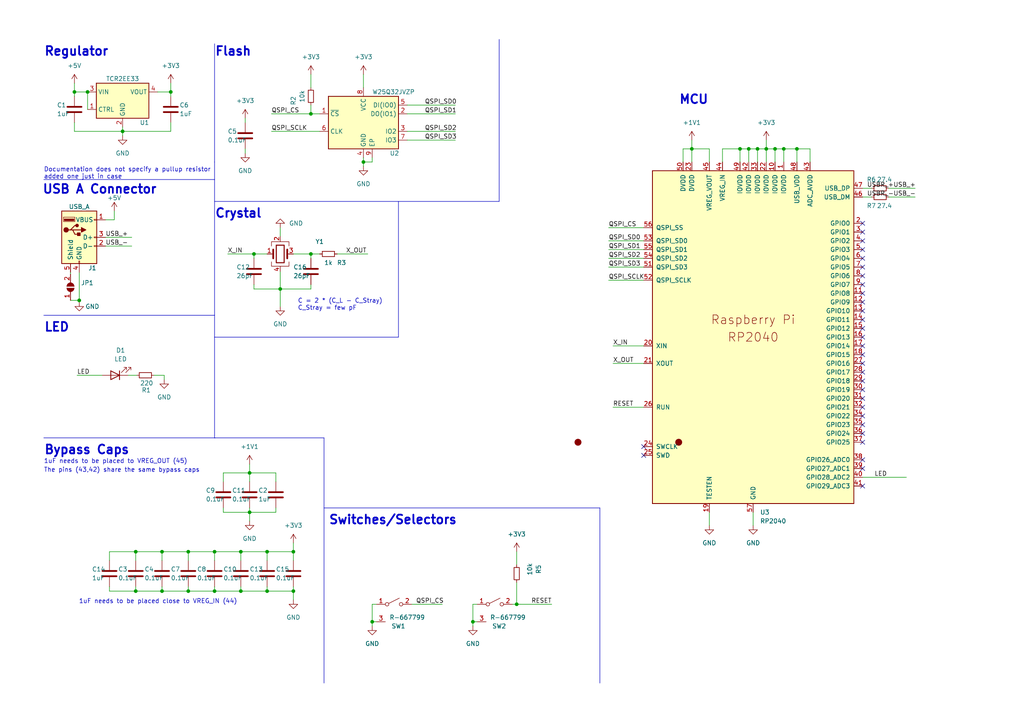
<source format=kicad_sch>
(kicad_sch (version 20230121) (generator eeschema)
  (paper "A4")
  (title_block (title "RP2040 Rubber Ducky") (date "2022-08-15") (rev "2") (company "Kevin Lutzer"))
  (lib_symbols
    (symbol "Connector:USB_A" (pin_names (offset 1.016))
      (property "Reference" "J" (at -5.08 11.43 0))
      (property "Value" "USB_A" (at -5.08 8.89 0))
      (symbol "USB_A_0_1"
        (rectangle (start -5.08 -7.62) (end 5.08 7.62) (stroke (width 0.254)) (fill (type background)))
        (circle (center -3.81 2.159) (radius 0.635) (stroke (width 0.254)) (fill (type outline)))
        (rectangle (start -1.524 4.826) (end -4.318 5.334) (fill (type outline)))
        (rectangle (start -1.27 4.572) (end -4.572 5.842))
        (circle (center -0.635 3.429) (radius 0.381) (stroke (width 0.254)) (fill (type outline)))
        (rectangle (start -0.127 -7.62) (end 0.127 -6.858))
        (polyline (pts (xy -3.175 2.159) (xy -2.54 2.159) (xy -1.27 3.429) (xy -0.635 3.429)) (stroke (width 0.254)))
        (polyline (pts (xy -2.54 2.159) (xy -1.905 2.159) (xy -1.27 0.889) (xy 0 0.889)) (stroke (width 0.254)))
        (polyline (pts (xy 0.635 2.794) (xy 0.635 1.524) (xy 1.905 2.159) (xy 0.635 2.794)) (stroke (width 0.254)) (fill (type outline)))
        (rectangle (start 0.254 1.27) (end -0.508 0.508) (stroke (width 0.254)) (fill (type outline)))
        (rectangle (start 5.08 -2.667) (end 4.318 -2.413))
        (rectangle (start 5.08 -0.127) (end 4.318 0.127))
        (rectangle (start 5.08 4.953) (end 4.318 5.207))
      )
      (symbol "USB_A_1_1"
        (polyline (pts (xy -1.905 2.159) (xy 0.635 2.159)) (stroke (width 0.254)))
        (pin power_in line (at 7.62 5.08 180) (length 2.54) (name "VBUS") (number "1"))
        (pin bidirectional line (at 7.62 -2.54 180) (length 2.54) (name "D-") (number "2"))
        (pin bidirectional line (at 7.62 0 180) (length 2.54) (name "D+") (number "3"))
        (pin power_in line (at 0 -10.16 90) (length 2.54) (name "GND") (number "4"))
        (pin passive line (at -2.54 -10.16 90) (length 2.54) (name "Shield") (number "5"))
      )
    )
    (symbol "Device:C" (pin_numbers hide) (pin_names (offset 0.254))
      (property "Reference" "C" (at 0.635 2.54 0))
      (property "Value" "C" (at 0.635 -2.54 0))
      (symbol "C_0_1"
        (polyline (pts (xy -2.032 -0.762) (xy 2.032 -0.762)) (stroke (width 0.508)))
        (polyline (pts (xy -2.032 0.762) (xy 2.032 0.762)) (stroke (width 0.508)))
      )
      (symbol "C_1_1"
        (pin passive line (at 0 3.81 270) (length 2.794) (name "~") (number "1"))
        (pin passive line (at 0 -3.81 90) (length 2.794) (name "~") (number "2"))
      )
    )
    (symbol "Device:Crystal_GND24" (pin_names (offset 1.016) hide)
      (property "Reference" "Y" (at 3.175 5.08 0))
      (property "Value" "Crystal_GND24" (at 3.175 3.175 0))
      (symbol "Crystal_GND24_0_1"
        (rectangle (start -1.143 2.54) (end 1.143 -2.54) (stroke (width 0.3048)))
        (polyline (pts (xy -2.54 0) (xy -2.032 0)))
        (polyline (pts (xy -2.032 -1.27) (xy -2.032 1.27)) (stroke (width 0.508)))
        (polyline (pts (xy 0 -3.81) (xy 0 -3.556)))
        (polyline (pts (xy 0 3.556) (xy 0 3.81)))
        (polyline (pts (xy 2.032 -1.27) (xy 2.032 1.27)) (stroke (width 0.508)))
        (polyline (pts (xy 2.032 0) (xy 2.54 0)))
        (polyline (pts (xy -2.54 -2.286) (xy -2.54 -3.556) (xy 2.54 -3.556) (xy 2.54 -2.286)))
        (polyline (pts (xy -2.54 2.286) (xy -2.54 3.556) (xy 2.54 3.556) (xy 2.54 2.286)))
      )
      (symbol "Crystal_GND24_1_1"
        (pin passive line (at -3.81 0 0) (length 1.27) (name "1") (number "1"))
        (pin passive line (at 0 5.08 270) (length 1.27) (name "2") (number "2"))
        (pin passive line (at 3.81 0 180) (length 1.27) (name "3") (number "3"))
        (pin passive line (at 0 -5.08 90) (length 1.27) (name "4") (number "4"))
      )
    )
    (symbol "Device:LED" (pin_numbers hide) (pin_names (offset 1.016) hide)
      (property "Reference" "D" (at 0 2.54 0))
      (property "Value" "LED" (at 0 -2.54 0))
      (symbol "LED_0_1"
        (polyline (pts (xy -1.27 -1.27) (xy -1.27 1.27)) (stroke (width 0.254)))
        (polyline (pts (xy -1.27 0) (xy 1.27 0)))
        (polyline (pts (xy 1.27 -1.27) (xy 1.27 1.27) (xy -1.27 0) (xy 1.27 -1.27)) (stroke (width 0.254)))
        (polyline (pts (xy -3.048 -0.762) (xy -4.572 -2.286) (xy -3.81 -2.286) (xy -4.572 -2.286) (xy -4.572 -1.524)))
        (polyline (pts (xy -1.778 -0.762) (xy -3.302 -2.286) (xy -2.54 -2.286) (xy -3.302 -2.286) (xy -3.302 -1.524)))
      )
      (symbol "LED_1_1"
        (pin passive line (at -3.81 0 0) (length 2.54) (name "K") (number "1"))
        (pin passive line (at 3.81 0 180) (length 2.54) (name "A") (number "2"))
      )
    )
    (symbol "Device:R_Small" (pin_numbers hide) (pin_names (offset 0.254) hide)
      (property "Reference" "R" (at 0.762 0.508 0))
      (property "Value" "R_Small" (at 0.762 -1.016 0))
      (symbol "R_Small_0_1"
        (rectangle (start -0.762 1.778) (end 0.762 -1.778) (stroke (width 0.2032)))
      )
      (symbol "R_Small_1_1"
        (pin passive line (at 0 2.54 270) (length 0.762) (name "~") (number "1"))
        (pin passive line (at 0 -2.54 90) (length 0.762) (name "~") (number "2"))
      )
    )
    (symbol "Jumper:SolderJumper_2_Open" (pin_names (offset 0) hide)
      (property "Reference" "JP" (at 0 2.032 0))
      (property "Value" "SolderJumper_2_Open" (at 0 -2.54 0))
      (symbol "SolderJumper_2_Open_0_1"
        (arc (start -0.254 1.016) (mid -1.2656 0) (end -0.254 -1.016))
        (arc (start -0.254 1.016) (mid -1.2656 0) (end -0.254 -1.016) (fill (type outline)))
        (polyline (pts (xy -0.254 1.016) (xy -0.254 -1.016)))
        (polyline (pts (xy 0.254 1.016) (xy 0.254 -1.016)))
        (arc (start 0.254 -1.016) (mid 1.2656 0) (end 0.254 1.016))
        (arc (start 0.254 -1.016) (mid 1.2656 0) (end 0.254 1.016) (fill (type outline)))
      )
      (symbol "SolderJumper_2_Open_1_1"
        (pin passive line (at -3.81 0 0) (length 2.54) (name "A") (number "1"))
        (pin passive line (at 3.81 0 180) (length 2.54) (name "B") (number "2"))
      )
    )
    (symbol "Kevin_Lutzer_Lbr:R-667799" (pin_names (offset 0) hide)
      (property "Reference" "SW" (at 0 3.175 0))
      (property "Value" "R-667799" (at 0 -2.54 0))
      (symbol "R-667799_0_0"
        (circle (center -2.032 0) (radius 0.508))
        (polyline (pts (xy -1.524 0.254) (xy 1.524 1.778)))
        (circle (center 2.032 0) (radius 0.508))
        (arc (start 53.34 46.99) (mid 53.34 46.99) (end 53.34 46.99))
        (arc (start 53.34 46.99) (mid 53.34 46.99) (end 53.34 46.99))
        (arc (start 53.34 46.99) (mid 53.34 46.99) (end 53.34 46.99) (stroke (width 2)))
      )
      (symbol "R-667799_1_1"
        (pin passive line (at -5.08 0 0) (length 2.54) (name "A") (number "1"))
        (pin passive line (at 5.08 0 180) (length 2.54) (name "B") (number "2"))
        (pin power_in line (at -5.08 -5.08 0) (length 2.54) (name "SH") (number "3"))
      )
    )
    (symbol "Kevin_Lutzer_Lbr:RP2040" (pin_names (offset 1.016))
      (property "Reference" "U" (at -29.21 49.53 0))
      (property "Value" "RP2040" (at 24.13 -49.53 0))
      (symbol "RP2040_0_0"
        (text "Raspberry Pi" (at 0 5.08 0) (effects (font (size 2.54 2.54))))
        (text "RP2040" (at 0 0 0) (effects (font (size 2.54 2.54))))
      )
      (symbol "RP2040_0_1"
        (rectangle (start 29.21 48.26) (end -29.21 -48.26) (stroke (width 0.254)) (fill (type background)))
      )
      (symbol "RP2040_1_1"
        (pin power_in line (at 8.89 50.8 270) (length 2.54) (name "IOVDD") (number "1"))
        (pin power_in line (at 6.35 50.8 270) (length 2.54) (name "IOVDD") (number "10"))
        (pin bidirectional line (at 31.75 12.7 180) (length 2.54) (name "GPIO8") (number "11"))
        (pin bidirectional line (at 31.75 10.16 180) (length 2.54) (name "GPIO9") (number "12"))
        (pin bidirectional line (at 31.75 7.62 180) (length 2.54) (name "GPIO10") (number "13"))
        (pin bidirectional line (at 31.75 5.08 180) (length 2.54) (name "GPIO11") (number "14"))
        (pin bidirectional line (at 31.75 2.54 180) (length 2.54) (name "GPIO12") (number "15"))
        (pin bidirectional line (at 31.75 0 180) (length 2.54) (name "GPIO13") (number "16"))
        (pin bidirectional line (at 31.75 -2.54 180) (length 2.54) (name "GPIO14") (number "17"))
        (pin bidirectional line (at 31.75 -5.08 180) (length 2.54) (name "GPIO15") (number "18"))
        (pin passive line (at -12.7 -50.8 90) (length 2.54) (name "TESTEN") (number "19"))
        (pin bidirectional line (at 31.75 33.02 180) (length 2.54) (name "GPIO0") (number "2"))
        (pin input line (at -31.75 -2.54 0) (length 2.54) (name "XIN") (number "20"))
        (pin passive line (at -31.75 -7.62 0) (length 2.54) (name "XOUT") (number "21"))
        (pin power_in line (at 3.81 50.8 270) (length 2.54) (name "IOVDD") (number "22"))
        (pin power_in line (at -17.78 50.8 270) (length 2.54) (name "DVDD") (number "23"))
        (pin output line (at -31.75 -31.75 0) (length 2.54) (name "SWCLK") (number "24"))
        (pin bidirectional line (at -31.75 -34.29 0) (length 2.54) (name "SWD") (number "25"))
        (pin input line (at -31.75 -20.32 0) (length 2.54) (name "RUN") (number "26"))
        (pin bidirectional line (at 31.75 -7.62 180) (length 2.54) (name "GPIO16") (number "27"))
        (pin bidirectional line (at 31.75 -10.16 180) (length 2.54) (name "GPIO17") (number "28"))
        (pin bidirectional line (at 31.75 -12.7 180) (length 2.54) (name "GPIO18") (number "29"))
        (pin bidirectional line (at 31.75 30.48 180) (length 2.54) (name "GPIO1") (number "3"))
        (pin bidirectional line (at 31.75 -15.24 180) (length 2.54) (name "GPIO19") (number "30"))
        (pin bidirectional line (at 31.75 -17.78 180) (length 2.54) (name "GPIO20") (number "31"))
        (pin bidirectional line (at 31.75 -20.32 180) (length 2.54) (name "GPIO21") (number "32"))
        (pin power_in line (at 1.27 50.8 270) (length 2.54) (name "IOVDD") (number "33"))
        (pin bidirectional line (at 31.75 -22.86 180) (length 2.54) (name "GPIO22") (number "34"))
        (pin bidirectional line (at 31.75 -25.4 180) (length 2.54) (name "GPIO23") (number "35"))
        (pin bidirectional line (at 31.75 -27.94 180) (length 2.54) (name "GPIO24") (number "36"))
        (pin bidirectional line (at 31.75 -30.48 180) (length 2.54) (name "GPIO25") (number "37"))
        (pin bidirectional line (at 31.75 -35.56 180) (length 2.54) (name "GPIO26_ADC0") (number "38"))
        (pin bidirectional line (at 31.75 -38.1 180) (length 2.54) (name "GPIO27_ADC1") (number "39"))
        (pin bidirectional line (at 31.75 27.94 180) (length 2.54) (name "GPIO2") (number "4"))
        (pin bidirectional line (at 31.75 -40.64 180) (length 2.54) (name "GPIO28_ADC2") (number "40"))
        (pin bidirectional line (at 31.75 -43.18 180) (length 2.54) (name "GPIO29_ADC3") (number "41"))
        (pin power_in line (at -1.27 50.8 270) (length 2.54) (name "IOVDD") (number "42"))
        (pin power_in line (at 16.51 50.8 270) (length 2.54) (name "ADC_AVDD") (number "43"))
        (pin power_in line (at -8.89 50.8 270) (length 2.54) (name "VREG_IN") (number "44"))
        (pin power_out line (at -12.7 50.8 270) (length 2.54) (name "VREG_VOUT") (number "45"))
        (pin bidirectional line (at 31.75 40.64 180) (length 2.54) (name "USB_DM") (number "46"))
        (pin bidirectional line (at 31.75 43.18 180) (length 2.54) (name "USB_DP") (number "47"))
        (pin power_in line (at 12.7 50.8 270) (length 2.54) (name "USB_VDD") (number "48"))
        (pin power_in line (at -3.81 50.8 270) (length 2.54) (name "IOVDD") (number "49"))
        (pin bidirectional line (at 31.75 25.4 180) (length 2.54) (name "GPIO3") (number "5"))
        (pin power_in line (at -20.32 50.8 270) (length 2.54) (name "DVDD") (number "50"))
        (pin bidirectional line (at -31.75 20.32 0) (length 2.54) (name "QSPI_SD3") (number "51"))
        (pin output line (at -31.75 16.51 0) (length 2.54) (name "QSPI_SCLK") (number "52"))
        (pin bidirectional line (at -31.75 27.94 0) (length 2.54) (name "QSPI_SD0") (number "53"))
        (pin bidirectional line (at -31.75 22.86 0) (length 2.54) (name "QSPI_SD2") (number "54"))
        (pin bidirectional line (at -31.75 25.4 0) (length 2.54) (name "QSPI_SD1") (number "55"))
        (pin bidirectional line (at -31.75 31.75 0) (length 2.54) (name "QSPI_SS") (number "56"))
        (pin power_in line (at 0 -50.8 90) (length 2.54) (name "GND") (number "57"))
        (pin bidirectional line (at 31.75 22.86 180) (length 2.54) (name "GPIO4") (number "6"))
        (pin bidirectional line (at 31.75 20.32 180) (length 2.54) (name "GPIO5") (number "7"))
        (pin bidirectional line (at 31.75 17.78 180) (length 2.54) (name "GPIO6") (number "8"))
        (pin bidirectional line (at 31.75 15.24 180) (length 2.54) (name "GPIO7") (number "9"))
      )
    )
    (symbol "Memory_Flash:W25Q32JVZP"
      (property "Reference" "U" (at -8.89 8.89 0))
      (property "Value" "W25Q32JVZP" (at 7.62 8.89 0))
      (symbol "W25Q32JVZP_0_1"
        (rectangle (start -10.16 7.62) (end 10.16 -7.62) (stroke (width 0.254)) (fill (type background)))
      )
      (symbol "W25Q32JVZP_1_1"
        (pin input line (at -12.7 2.54 0) (length 2.54) (name "~{CS}") (number "1"))
        (pin bidirectional line (at 12.7 2.54 180) (length 2.54) (name "DO(IO1)") (number "2"))
        (pin bidirectional line (at 12.7 -2.54 180) (length 2.54) (name "IO2") (number "3"))
        (pin power_in line (at 0 -10.16 90) (length 2.54) (name "GND") (number "4"))
        (pin bidirectional line (at 12.7 5.08 180) (length 2.54) (name "DI(IO0)") (number "5"))
        (pin input line (at -12.7 -2.54 0) (length 2.54) (name "CLK") (number "6"))
        (pin bidirectional line (at 12.7 -5.08 180) (length 2.54) (name "IO3") (number "7"))
        (pin power_in line (at 0 10.16 270) (length 2.54) (name "VCC") (number "8"))
        (pin passive line (at 2.54 -10.16 90) (length 2.54) (name "EP") (number "9"))
      )
    )
    (symbol "Regulator_Linear:TCR2EE33"
      (property "Reference" "U6" (at 0 9.3218 0))
      (property "Value" "TCR2EE33" (at 0 7.0104 0))
      (symbol "TCR2EE33_0_1"
        (rectangle (start -7.62 -5.08) (end 7.62 5.08) (stroke (width 0.254)) (fill (type background)))
      )
      (symbol "TCR2EE33_1_1"
        (pin input line (at -10.16 -2.54 0) (length 2.54) (name "CTRL") (number "1"))
        (pin power_in line (at 0 -7.62 90) (length 2.54) (name "GND") (number "2"))
        (pin power_in line (at -10.16 2.54 0) (length 2.54) (name "VIN") (number "3"))
        (pin power_out line (at 10.16 2.54 180) (length 2.54) (name "VOUT") (number "4"))
        (pin no_connect line (at 7.62 -2.54 180) (length 2.54) hide (name "NC") (number "5"))
      )
    )
    (symbol "power:+1V1" (power) (pin_names (offset 0))
      (property "Value" "+1V1" (at 0 3.556 0))
      (symbol "+1V1_0_1"
        (polyline (pts (xy -0.762 1.27) (xy 0 2.54)))
        (polyline (pts (xy 0 0) (xy 0 2.54)))
        (polyline (pts (xy 0 2.54) (xy 0.762 1.27)))
      )
      (symbol "+1V1_1_1"
        (pin power_in line (at 0 0 90) (length 0) hide (name "+1V1") (number "1"))
      )
    )
    (symbol "power:+3V3" (power) (pin_names (offset 0))
      (property "Value" "+3V3" (at 0 3.556 0))
      (symbol "+3V3_0_1"
        (polyline (pts (xy -0.762 1.27) (xy 0 2.54)))
        (polyline (pts (xy 0 0) (xy 0 2.54)))
        (polyline (pts (xy 0 2.54) (xy 0.762 1.27)))
      )
      (symbol "+3V3_1_1"
        (pin power_in line (at 0 0 90) (length 0) hide (name "+3V3") (number "1"))
      )
    )
    (symbol "power:+5V" (power) (pin_names (offset 0))
      (property "Value" "+5V" (at 0 3.556 0))
      (symbol "+5V_0_1"
        (polyline (pts (xy -0.762 1.27) (xy 0 2.54)))
        (polyline (pts (xy 0 0) (xy 0 2.54)))
        (polyline (pts (xy 0 2.54) (xy 0.762 1.27)))
      )
      (symbol "+5V_1_1"
        (pin power_in line (at 0 0 90) (length 0) hide (name "+5V") (number "1"))
      )
    )
    (symbol "power:GND" (power) (pin_names (offset 0))
      (property "Value" "GND" (at 0 -3.81 0))
      (symbol "GND_0_1"
        (polyline (pts (xy 0 0) (xy 0 -1.27) (xy 1.27 -1.27) (xy 0 -2.54) (xy -1.27 -1.27) (xy 0 -1.27)))
      )
      (symbol "GND_1_1"
        (pin power_in line (at 0 0 270) (length 0) hide (name "GND") (number "1"))
      )
    )
  )
  (junction (at 62.23 160.02))
  (junction (at 72.39 137.16))
  (junction (at 62.23 171.45))
  (junction (at 149.86 175.26))
  (junction (at 77.47 160.02))
  (junction (at 81.28 83.82))
  (junction (at 35.56 38.1))
  (junction (at 90.17 73.66))
  (junction (at 54.61 160.02))
  (junction (at 54.61 171.45))
  (junction (at 227.33 43.18))
  (junction (at 39.37 160.02))
  (junction (at 77.47 171.45))
  (junction (at 105.41 46.99))
  (junction (at 214.63 43.18))
  (junction (at 90.17 33.02))
  (junction (at 107.95 180.34))
  (junction (at 73.66 73.66))
  (junction (at 72.39 148.59))
  (junction (at 200.66 43.18))
  (junction (at 224.79 43.18))
  (junction (at 46.99 160.02))
  (junction (at 85.09 171.45))
  (junction (at 85.09 160.02))
  (junction (at 39.37 171.45))
  (junction (at 49.53 26.67))
  (junction (at 222.25 43.18))
  (junction (at 137.16 180.34))
  (junction (at 69.85 160.02))
  (junction (at 46.99 171.45))
  (junction (at 21.59 26.67))
  (junction (at 25.4 26.67))
  (junction (at 22.987 87.122))
  (junction (at 231.14 43.18))
  (junction (at 219.71 43.18))
  (junction (at 69.85 171.45))
  (junction (at 217.17 43.18))
  (no_connect (at 186.69 132.08))
  (no_connect (at 186.69 129.54))
  (no_connect (at 250.19 105.41))
  (no_connect (at 250.19 87.63))
  (no_connect (at 250.19 90.17))
  (no_connect (at 250.19 64.77))
  (no_connect (at 250.19 67.31))
  (no_connect (at 250.19 69.85))
  (no_connect (at 250.19 72.39))
  (no_connect (at 250.19 74.93))
  (no_connect (at 250.19 77.47))
  (no_connect (at 250.19 80.01))
  (no_connect (at 250.19 82.55))
  (no_connect (at 250.19 85.09))
  (no_connect (at 250.19 95.25))
  (no_connect (at 250.19 118.11))
  (no_connect (at 250.19 123.19))
  (no_connect (at 250.19 125.73))
  (no_connect (at 250.19 128.27))
  (no_connect (at 250.19 133.35))
  (no_connect (at 250.19 135.89))
  (no_connect (at 250.19 140.97))
  (no_connect (at 250.19 113.03))
  (no_connect (at 250.19 115.57))
  (no_connect (at 250.19 120.65))
  (no_connect (at 250.19 92.71))
  (no_connect (at 250.19 97.79))
  (no_connect (at 250.19 100.33))
  (no_connect (at 250.19 102.87))
  (no_connect (at 250.19 110.49))
  (no_connect (at 250.19 107.95))
  (wire (pts (xy 35.56 36.83) (xy 35.56 38.1)))
  (wire (pts (xy 118.11 40.64) (xy 132.08 40.64)))
  (wire (pts (xy 250.19 54.61) (xy 252.73 54.61)))
  (wire (pts (xy 39.37 160.02) (xy 46.99 160.02)))
  (polyline (pts (xy 62.23 58.42) (xy 144.78 58.42)))
  (wire (pts (xy 77.47 171.45) (xy 69.85 171.45)))
  (wire (pts (xy 47.625 108.839) (xy 47.625 110.109)))
  (polyline (pts (xy 62.23 97.79) (xy 62.23 127)))
  (polyline (pts (xy 115.57 97.79) (xy 115.57 58.42)))
  (wire (pts (xy 149.86 168.91) (xy 149.86 175.26)))
  (polyline (pts (xy 62.23 52.07) (xy 62.23 91.44)))
  (wire (pts (xy 105.41 46.99) (xy 105.41 48.26)))
  (wire (pts (xy 90.17 33.02) (xy 92.71 33.02)))
  (wire (pts (xy 49.53 26.67) (xy 49.53 27.94)))
  (wire (pts (xy 72.39 148.59) (xy 72.39 147.32)))
  (wire (pts (xy 176.53 69.85) (xy 186.69 69.85)))
  (wire (pts (xy 35.56 38.1) (xy 35.56 39.37)))
  (wire (pts (xy 85.09 171.45) (xy 85.09 173.99)))
  (wire (pts (xy 90.17 30.48) (xy 90.17 33.02)))
  (wire (pts (xy 77.47 160.02) (xy 85.09 160.02)))
  (wire (pts (xy 37.211 108.839) (xy 39.624 108.839)))
  (polyline (pts (xy 93.98 147.32) (xy 173.99 147.32)))
  (wire (pts (xy 227.33 46.99) (xy 227.33 43.18)))
  (wire (pts (xy 73.66 83.82) (xy 81.28 83.82)))
  (wire (pts (xy 219.71 46.99) (xy 219.71 43.18)))
  (polyline (pts (xy 12.7 52.07) (xy 62.23 52.07)))
  (wire (pts (xy 31.75 160.02) (xy 31.75 162.56)))
  (wire (pts (xy 35.56 38.1) (xy 49.53 38.1)))
  (wire (pts (xy 177.8 118.11) (xy 186.69 118.11)))
  (wire (pts (xy 85.09 157.48) (xy 85.09 160.02)))
  (wire (pts (xy 105.41 46.99) (xy 107.95 46.99)))
  (wire (pts (xy 46.99 160.02) (xy 46.99 162.56)))
  (wire (pts (xy 209.55 43.18) (xy 214.63 43.18)))
  (wire (pts (xy 257.81 54.61) (xy 265.43 54.61)))
  (wire (pts (xy 77.47 160.02) (xy 77.47 162.56)))
  (wire (pts (xy 62.23 160.02) (xy 69.85 160.02)))
  (wire (pts (xy 218.44 148.59) (xy 218.44 152.4)))
  (polyline (pts (xy 62.23 127) (xy 93.98 127)))
  (wire (pts (xy 30.607 68.834) (xy 38.227 68.834)))
  (wire (pts (xy 85.09 170.18) (xy 85.09 171.45)))
  (wire (pts (xy 231.14 46.99) (xy 231.14 43.18)))
  (wire (pts (xy 137.16 175.26) (xy 137.16 180.34)))
  (wire (pts (xy 72.39 137.16) (xy 72.39 134.62)))
  (wire (pts (xy 97.79 73.66) (xy 106.68 73.66)))
  (wire (pts (xy 73.66 82.55) (xy 73.66 83.82)))
  (polyline (pts (xy 62.23 46.99) (xy 62.23 52.07)))
  (wire (pts (xy 69.85 171.45) (xy 62.23 171.45)))
  (wire (pts (xy 205.74 46.99) (xy 205.74 43.18)))
  (wire (pts (xy 217.17 43.18) (xy 219.71 43.18)))
  (wire (pts (xy 85.09 171.45) (xy 77.47 171.45)))
  (wire (pts (xy 90.17 73.66) (xy 90.17 74.93)))
  (wire (pts (xy 78.74 38.1) (xy 92.71 38.1)))
  (wire (pts (xy 118.11 38.1) (xy 132.08 38.1)))
  (wire (pts (xy 21.59 35.56) (xy 21.59 38.1)))
  (wire (pts (xy 64.77 148.59) (xy 72.39 148.59)))
  (wire (pts (xy 231.14 43.18) (xy 234.95 43.18)))
  (wire (pts (xy 39.37 171.45) (xy 31.75 171.45)))
  (wire (pts (xy 71.12 35.56) (xy 71.12 34.29)))
  (wire (pts (xy 200.66 46.99) (xy 200.66 43.18)))
  (wire (pts (xy 30.607 71.374) (xy 38.227 71.374)))
  (wire (pts (xy 214.63 43.18) (xy 217.17 43.18)))
  (wire (pts (xy 54.61 160.02) (xy 62.23 160.02)))
  (wire (pts (xy 46.99 171.45) (xy 54.61 171.45)))
  (wire (pts (xy 54.61 160.02) (xy 54.61 162.56)))
  (wire (pts (xy 222.25 43.18) (xy 224.79 43.18)))
  (wire (pts (xy 20.447 78.994) (xy 20.447 79.502)))
  (polyline (pts (xy 144.78 11.43) (xy 144.78 58.42)))
  (wire (pts (xy 69.85 160.02) (xy 69.85 162.56)))
  (wire (pts (xy 177.8 105.41) (xy 186.69 105.41)))
  (wire (pts (xy 90.17 83.82) (xy 90.17 82.55)))
  (wire (pts (xy 80.01 137.16) (xy 80.01 139.7)))
  (wire (pts (xy 49.53 24.13) (xy 49.53 26.67)))
  (wire (pts (xy 177.8 100.33) (xy 186.69 100.33)))
  (wire (pts (xy 64.77 139.7) (xy 64.77 137.16)))
  (wire (pts (xy 81.28 88.9) (xy 81.28 83.82)))
  (polyline (pts (xy 12.7 91.44) (xy 62.23 91.44)))
  (wire (pts (xy 81.28 83.82) (xy 81.28 78.74)))
  (wire (pts (xy 107.95 46.99) (xy 107.95 45.72)))
  (wire (pts (xy 30.607 63.754) (xy 33.147 63.754)))
  (wire (pts (xy 118.11 30.48) (xy 132.08 30.48)))
  (wire (pts (xy 78.74 33.02) (xy 90.17 33.02)))
  (polyline (pts (xy 62.23 12.7) (xy 62.23 46.99)))
  (wire (pts (xy 64.77 137.16) (xy 72.39 137.16)))
  (wire (pts (xy 49.53 35.56) (xy 49.53 38.1)))
  (wire (pts (xy 69.85 170.18) (xy 69.85 171.45)))
  (polyline (pts (xy 62.23 127) (xy 62.357 127)))
  (wire (pts (xy 64.77 147.32) (xy 64.77 148.59)))
  (wire (pts (xy 119.38 175.26) (xy 128.27 175.26)))
  (wire (pts (xy 217.17 46.99) (xy 217.17 43.18)))
  (wire (pts (xy 176.53 81.28) (xy 186.69 81.28)))
  (wire (pts (xy 219.71 43.18) (xy 222.25 43.18)))
  (wire (pts (xy 85.09 160.02) (xy 85.09 162.56)))
  (wire (pts (xy 176.53 77.47) (xy 186.69 77.47)))
  (wire (pts (xy 149.86 175.26) (xy 160.02 175.26)))
  (wire (pts (xy 25.4 26.67) (xy 25.4 31.75)))
  (wire (pts (xy 45.72 26.67) (xy 49.53 26.67)))
  (wire (pts (xy 118.11 33.02) (xy 132.08 33.02)))
  (wire (pts (xy 72.39 137.16) (xy 72.39 139.7)))
  (wire (pts (xy 107.95 180.34) (xy 107.95 181.61)))
  (wire (pts (xy 107.95 175.26) (xy 109.22 175.26)))
  (wire (pts (xy 137.16 180.34) (xy 137.16 181.61)))
  (wire (pts (xy 62.23 171.45) (xy 54.61 171.45)))
  (wire (pts (xy 31.75 160.02) (xy 39.37 160.02)))
  (wire (pts (xy 250.19 138.43) (xy 262.89 138.43)))
  (wire (pts (xy 205.74 43.18) (xy 200.66 43.18)))
  (wire (pts (xy 176.53 74.93) (xy 186.69 74.93)))
  (wire (pts (xy 39.37 170.18) (xy 39.37 171.45)))
  (polyline (pts (xy 173.99 147.32) (xy 173.99 198.12)))
  (wire (pts (xy 22.352 108.839) (xy 29.591 108.839)))
  (wire (pts (xy 20.447 87.122) (xy 22.987 87.122)))
  (wire (pts (xy 39.37 160.02) (xy 39.37 162.56)))
  (wire (pts (xy 46.99 171.45) (xy 39.37 171.45)))
  (wire (pts (xy 22.987 78.994) (xy 22.987 87.122)))
  (wire (pts (xy 90.17 25.4) (xy 90.17 21.59)))
  (wire (pts (xy 198.12 43.18) (xy 198.12 46.99)))
  (wire (pts (xy 73.66 74.93) (xy 73.66 73.66)))
  (wire (pts (xy 80.01 147.32) (xy 80.01 148.59)))
  (wire (pts (xy 107.95 180.34) (xy 109.22 180.34)))
  (wire (pts (xy 85.09 73.66) (xy 90.17 73.66)))
  (wire (pts (xy 62.23 160.02) (xy 62.23 162.56)))
  (polyline (pts (xy 93.98 127) (xy 93.98 198.12)))
  (wire (pts (xy 222.25 46.99) (xy 222.25 43.18)))
  (wire (pts (xy 205.74 148.59) (xy 205.74 152.4)))
  (wire (pts (xy 105.41 21.59) (xy 105.41 25.4)))
  (wire (pts (xy 257.81 57.15) (xy 265.43 57.15)))
  (wire (pts (xy 72.39 137.16) (xy 80.01 137.16)))
  (wire (pts (xy 176.53 66.04) (xy 186.69 66.04)))
  (wire (pts (xy 21.59 26.67) (xy 25.4 26.67)))
  (wire (pts (xy 21.59 27.94) (xy 21.59 26.67)))
  (wire (pts (xy 69.85 160.02) (xy 77.47 160.02)))
  (wire (pts (xy 62.23 170.18) (xy 62.23 171.45)))
  (wire (pts (xy 81.28 83.82) (xy 90.17 83.82)))
  (wire (pts (xy 21.59 24.13) (xy 21.59 26.67)))
  (wire (pts (xy 21.59 38.1) (xy 35.56 38.1)))
  (wire (pts (xy 81.28 66.04) (xy 81.28 68.58)))
  (polyline (pts (xy 62.23 91.44) (xy 62.23 97.79)))
  (wire (pts (xy 224.79 43.18) (xy 227.33 43.18)))
  (wire (pts (xy 31.75 170.18) (xy 31.75 171.45)))
  (wire (pts (xy 72.39 151.13) (xy 72.39 148.59)))
  (wire (pts (xy 44.704 108.839) (xy 47.625 108.839)))
  (wire (pts (xy 137.16 180.34) (xy 138.43 180.34)))
  (wire (pts (xy 222.25 40.64) (xy 222.25 43.18)))
  (wire (pts (xy 200.66 40.64) (xy 200.66 43.18)))
  (polyline (pts (xy 62.23 97.79) (xy 115.57 97.79)))
  (wire (pts (xy 90.17 73.66) (xy 92.71 73.66)))
  (wire (pts (xy 46.99 171.45) (xy 46.99 170.18)))
  (wire (pts (xy 80.01 148.59) (xy 72.39 148.59)))
  (wire (pts (xy 149.86 160.02) (xy 149.86 163.83)))
  (wire (pts (xy 66.04 73.66) (xy 73.66 73.66)))
  (wire (pts (xy 224.79 46.99) (xy 224.79 43.18)))
  (wire (pts (xy 77.47 170.18) (xy 77.47 171.45)))
  (wire (pts (xy 250.19 57.15) (xy 252.73 57.15)))
  (wire (pts (xy 22.987 87.122) (xy 22.987 87.63)))
  (wire (pts (xy 227.33 43.18) (xy 231.14 43.18)))
  (wire (pts (xy 176.53 72.39) (xy 186.69 72.39)))
  (wire (pts (xy 200.66 43.18) (xy 198.12 43.18)))
  (wire (pts (xy 148.59 175.26) (xy 149.86 175.26)))
  (wire (pts (xy 214.63 46.99) (xy 214.63 43.18)))
  (wire (pts (xy 71.12 43.18) (xy 71.12 44.45)))
  (wire (pts (xy 73.66 73.66) (xy 77.47 73.66)))
  (wire (pts (xy 107.95 175.26) (xy 107.95 180.34)))
  (wire (pts (xy 105.41 45.72) (xy 105.41 46.99)))
  (polyline (pts (xy 12.7 127) (xy 62.23 127)))
  (wire (pts (xy 33.147 63.754) (xy 33.147 61.214)))
  (wire (pts (xy 209.55 46.99) (xy 209.55 43.18)))
  (wire (pts (xy 46.99 160.02) (xy 54.61 160.02)))
  (wire (pts (xy 54.61 170.18) (xy 54.61 171.45)))
  (wire (pts (xy 234.95 43.18) (xy 234.95 46.99)))
  (wire (pts (xy 137.16 175.26) (xy 138.43 175.26)))
  (text "Bypass Caps" (at 12.7 132.08 0) (effects (font (size 2.54 2.54) (thickness 0.508) bold) (justify left bottom)))
  (text "Switches/Selectors" (at 95.25 152.4 0) (effects (font (size 2.54 2.54) (thickness 0.508) bold) (justify left bottom)))
  (text "Crystal" (at 62.23 63.5 0) (effects (font (size 2.54 2.54) (thickness 0.508) bold) (justify left bottom)))
  (text "C = 2 * (C_L - C_Stray)\nC_Stray = few pF" (at 86.36 90.17 0) (effects (font (size 1.27 1.27)) (justify left bottom)))
  (text "1uF needs to be placed to VREG_OUT (45)" (at 12.7 134.62 0) (effects (font (size 1.27 1.27)) (justify left bottom)))
  (text "Regulator" (at 12.7 16.51 0) (effects (font (size 2.54 2.54) (thickness 0.508) bold) (justify left bottom)))
  (text "1uF needs to be placed close to VREG_IN (44)" (at 22.86 175.26 0) (effects (font (size 1.27 1.27)) (justify left bottom)))
  (text "Documentation does not specify a pullup resistor\nadded one just in case" (at 12.7 52.07 0) (effects (font (size 1.27 1.27)) (justify left bottom)))
  (text "The pins (43,42) share the same bypass caps" (at 12.7 137.16 0) (effects (font (size 1.27 1.27)) (justify left bottom)))
  (text "Flash" (at 62.23 16.51 0) (effects (font (size 2.54 2.54) (thickness 0.508) bold) (justify left bottom)))
  (text "USB A Connector" (at 12.192 56.515 0) (effects (font (size 2.54 2.54) (thickness 0.508) bold) (justify left bottom)))
  (text "LED" (at 12.7 96.52 0) (effects (font (size 2.54 2.54) (thickness 0.508) bold) (justify left bottom)))
  (text "MCU" (at 196.85 30.48 0) (effects (font (size 2.54 2.54) (thickness 0.508) bold) (justify left bottom)))
  (label "QSPI_SD1" (at 123.19 33.02 0))
  (label "RESET" (at 160.02 175.26 180))
  (label "USB_+" (at 30.607 68.834 0))
  (label "X_OUT" (at 100.33 73.66 0))
  (label "QSPI_CS" (at 78.74 33.02 0))
  (label "QSPI_SD1" (at 176.53 72.39 0))
  (label "QSPI_SD0" (at 176.53 69.85 0))
  (label "USBR_-" (at 251.46 57.15 0))
  (label "QSPI_SD2" (at 123.19 38.1 0))
  (label "QSPI_SD2" (at 176.53 74.93 0))
  (label "USB_-" (at 259.08 57.15 0))
  (label "USB_+" (at 259.08 54.61 0))
  (label "USBR_+" (at 251.46 54.61 0))
  (label "QSPI_CS" (at 176.53 66.04 0))
  (label "X_IN" (at 177.8 100.33 0))
  (label "QSPI_SD3" (at 123.19 40.64 0))
  (label "LED" (at 253.619 138.43 0))
  (label "LED" (at 22.352 108.839 0))
  (label "QSPI_SD0" (at 123.19 30.48 0))
  (label "QSPI_SCLK" (at 78.74 38.1 0))
  (label "X_OUT" (at 177.8 105.41 0))
  (label "X_IN" (at 66.04 73.66 0))
  (label "QSPI_SCLK" (at 176.53 81.28 0))
  (label "RESET" (at 177.8 118.11 0))
  (label "QSPI_CS" (at 120.65 175.26 0))
  (label "QSPI_SD3" (at 176.53 77.47 0))
  (label "USB_-" (at 30.607 71.374 0))
  (symbol (lib_id "power:+3V3") (at 49.53 24.13 0) (unit 1)
    (property "Reference" "#PWR0101" (effects hide))
    (property "Value" "+3V3" (at 49.53 19.05 0))
  )
  (symbol (lib_id "power:+1V1") (at 200.66 40.64 0) (unit 1)
    (property "Reference" "#PWR0115" (effects hide))
    (property "Value" "+1V1" (at 200.66 35.56 0))
  )
  (symbol (lib_id "power:GND") (at 35.56 39.37 0) (unit 1)
    (property "Reference" "#PWR0103" (effects hide))
    (property "Value" "GND" (at 35.56 44.45 0))
  )
  (symbol (lib_id "power:+3V3") (at 105.41 21.59 0) (unit 1)
    (property "Reference" "#PWR0104" (effects hide))
    (property "Value" "+3V3" (at 105.41 16.51 0))
  )
  (symbol (lib_id "power:GND") (at 105.41 48.26 0) (unit 1)
    (property "Reference" "#PWR0105" (effects hide))
    (property "Value" "GND" (at 105.41 53.34 0))
  )
  (symbol (lib_id "Device:R_Small") (at 95.25 73.66 90) (unit 1)
    (property "Reference" "R3" (at 99.06 76.2 90))
    (property "Value" "1k" (at 95.25 76.2 90))
    (property "Footprint" "Resistor_SMD:R_0402_1005Metric" (effects hide))
  )
  (symbol (lib_id "power:GND") (at 205.74 152.4 0) (unit 1)
    (property "Reference" "#PWR0121" (effects hide))
    (property "Value" "GND" (at 205.74 157.48 0))
  )
  (symbol (lib_id "Device:LED") (at 33.401 108.839 180) (unit 1)
    (property "Reference" "D1" (at 34.9885 101.6 0))
    (property "Value" "LED" (at 34.9885 104.14 0))
    (property "Footprint" "LED_SMD:LED_0603_1608Metric" (effects hide))
  )
  (symbol (lib_id "Device:C") (at 90.17 78.74 180) (unit 1)
    (property "Reference" "C16" (at 85.09 77.47 0) (effects (justify right)))
    (property "Value" "26pF" (at 85.09 80.01 0) (effects (justify right)))
    (property "Footprint" "Capacitor_SMD:C_0402_1005Metric" (effects hide))
  )
  (symbol (lib_id "Device:C") (at 46.99 166.37 180) (unit 1)
    (property "Reference" "C4" (at 41.91 165.1 0) (effects (justify right)))
    (property "Value" "0.1uF" (at 41.91 167.64 0) (effects (justify right)))
    (property "Footprint" "Capacitor_SMD:C_0201_0603Metric" (effects hide))
  )
  (symbol (lib_id "Device:C") (at 54.61 166.37 180) (unit 1)
    (property "Reference" "C7" (at 49.53 165.1 0) (effects (justify right)))
    (property "Value" "0.1uF" (at 49.53 167.64 0) (effects (justify right)))
    (property "Footprint" "Capacitor_SMD:C_0201_0603Metric" (effects hide))
  )
  (symbol (lib_id "Device:C") (at 49.53 31.75 180) (unit 1)
    (property "Reference" "C6" (at 52.07 30.48 0) (effects (justify right)))
    (property "Value" "1uF" (at 52.07 33.02 0) (effects (justify right)))
    (property "Footprint" "Capacitor_SMD:C_0402_1005Metric" (effects hide))
  )
  (symbol (lib_id "Kevin_Lutzer_Lbr:R-667799") (at 143.51 175.26 0) (unit 1)
    (property "Reference" "SW2" (at 144.78 181.61 0))
    (property "Value" "R-667799" (at 147.32 179.07 0))
    (property "Footprint" "Kevin_Lutzer_Lbr:R-667799" (effects hide))
  )
  (symbol (lib_id "Device:Crystal_GND24") (at 81.28 73.66 0) (unit 1)
    (property "Reference" "Y1" (at 92.71 70.0786 0))
    (property "Value" "Crystal_GND24" (effects hide))
    (property "Footprint" "Crystal:Crystal_SMD_2520-4Pin_2.5x2.0mm" (effects hide))
    (property "Digikey" "https://www.digikey.ca/en/products/detail/ecs-inc/ECS-120-18-36-AGM-TR/9648900" (effects hide))
  )
  (symbol (lib_id "power:GND") (at 81.28 88.9 0) (unit 1)
    (property "Reference" "#PWR0118" (effects hide))
    (property "Value" "GND" (at 81.28 93.98 0))
  )
  (symbol (lib_id "Device:C") (at 71.12 39.37 180) (unit 1)
    (property "Reference" "C5" (at 66.04 38.1 0) (effects (justify right)))
    (property "Value" "0.1uF" (at 66.04 40.64 0) (effects (justify right)))
    (property "Footprint" "Capacitor_SMD:C_0201_0603Metric" (effects hide))
  )
  (symbol (lib_id "Device:C") (at 69.85 166.37 180) (unit 1)
    (property "Reference" "C10" (at 64.77 165.1 0) (effects (justify right)))
    (property "Value" "0.1uF" (at 64.77 167.64 0) (effects (justify right)))
    (property "Footprint" "Capacitor_SMD:C_0201_0603Metric" (effects hide))
  )
  (symbol (lib_id "Device:R_Small") (at 255.27 54.61 90) (unit 1)
    (property "Reference" "R6" (at 252.73 52.07 90))
    (property "Value" "27.4" (at 256.54 52.07 90))
    (property "Footprint" "Resistor_SMD:R_0201_0603Metric" (effects hide))
  )
  (symbol (lib_id "power:+3V3") (at 149.86 160.02 0) (unit 1)
    (property "Reference" "#PWR0123" (effects hide))
    (property "Value" "+3V3" (at 149.86 154.94 0))
  )
  (symbol (lib_id "Device:R_Small") (at 149.86 166.37 0) (unit 1)
    (property "Reference" "R5" (at 156.21 165.1 90))
    (property "Value" "10k" (at 153.67 165.1 90))
    (property "Footprint" "Resistor_SMD:R_0402_1005Metric" (effects hide))
  )
  (symbol (lib_id "power:GND") (at 85.09 173.99 0) (unit 1)
    (property "Reference" "#PWR0112" (effects hide))
    (property "Value" "GND" (at 85.09 179.07 0))
  )
  (symbol (lib_id "Memory_Flash:W25Q32JVZP") (at 105.41 35.56 0) (unit 1)
    (property "Reference" "U2" (at 113.03 44.45 0) (effects (justify left)))
    (property "Value" "W25Q32JVZP" (at 107.95 26.67 0) (effects (justify left)))
    (property "Footprint" "Package_SON:WSON-8-1EP_6x5mm_P1.27mm_EP3.4x4.3mm" (effects hide))
    (property "Datasheet" "http://www.winbond.com/resource-files/w25q32jv%20revg%2003272018%20plus.pdf" (effects hide))
  )
  (symbol (lib_id "Device:C") (at 31.75 166.37 180) (unit 1)
    (property "Reference" "C14" (at 26.67 165.1 0) (effects (justify right)))
    (property "Value" "1uF" (at 26.67 167.64 0) (effects (justify right)))
    (property "Footprint" "Capacitor_SMD:C_0402_1005Metric" (effects hide))
  )
  (symbol (lib_id "power:+3V3") (at 222.25 40.64 0) (unit 1)
    (property "Reference" "#PWR0116" (effects hide))
    (property "Value" "+3V3" (at 222.25 35.56 0))
  )
  (symbol (lib_id "power:+1V1") (at 72.39 134.62 0) (unit 1)
    (property "Reference" "#PWR0114" (effects hide))
    (property "Value" "+1V1" (at 72.39 129.54 0))
  )
  (symbol (lib_id "Device:C") (at 64.77 143.51 180) (unit 1)
    (property "Reference" "C9" (at 59.69 142.24 0) (effects (justify right)))
    (property "Value" "0.1uF" (at 59.69 144.78 0) (effects (justify right)))
    (property "Footprint" "Capacitor_SMD:C_0201_0603Metric" (effects hide))
  )
  (symbol (lib_id "power:+3V3") (at 90.17 21.59 0) (unit 1)
    (property "Reference" "#PWR0106" (effects hide))
    (property "Value" "+3V3" (at 90.17 16.51 0))
  )
  (symbol (lib_id "Device:C") (at 21.59 31.75 180) (unit 1)
    (property "Reference" "C1" (at 16.51 30.48 0) (effects (justify right)))
    (property "Value" "1uF" (at 16.51 33.02 0) (effects (justify right)))
    (property "Footprint" "Capacitor_SMD:C_0402_1005Metric" (effects hide))
  )
  (symbol (lib_id "Kevin_Lutzer_Lbr:R-667799") (at 114.3 175.26 0) (unit 1)
    (property "Reference" "SW1" (at 115.57 181.61 0))
    (property "Value" "R-667799" (at 118.11 179.07 0))
    (property "Footprint" "Kevin_Lutzer_Lbr:R-667799" (effects hide))
  )
  (symbol (lib_id "Device:C") (at 85.09 166.37 180) (unit 1)
    (property "Reference" "C15" (at 80.01 165.1 0) (effects (justify right)))
    (property "Value" "0.1uF" (at 80.01 167.64 0) (effects (justify right)))
    (property "Footprint" "Capacitor_SMD:C_0201_0603Metric" (effects hide))
  )
  (symbol (lib_id "power:GND") (at 218.44 152.4 0) (unit 1)
    (property "Reference" "#PWR0122" (effects hide))
    (property "Value" "GND" (at 218.44 157.48 0))
  )
  (symbol (lib_id "power:GND") (at 72.39 151.13 0) (unit 1)
    (property "Reference" "#PWR0113" (effects hide))
    (property "Value" "GND" (at 72.39 156.21 0))
  )
  (symbol (lib_id "Regulator_Linear:TCR2EE33") (at 35.56 29.21 0) (unit 1)
    (property "Reference" "U1" (at 41.91 35.56 0))
    (property "Value" "TCR2EE33" (at 35.56 22.86 0))
    (property "Footprint" "Package_TO_SOT_SMD:SOT-553" (effects hide))
    (property "Datasheet" "https://toshiba.semicon-storage.com/info/docget.jsp?did=13794&prodName=TCR2EF45" (effects hide))
  )
  (symbol (lib_id "power:GND") (at 71.12 44.45 0) (unit 1)
    (property "Reference" "#PWR0119" (effects hide))
    (property "Value" "GND" (at 71.12 49.53 0))
  )
  (symbol (lib_id "power:+3V3") (at 71.12 34.29 0) (unit 1)
    (property "Reference" "#PWR0126" (effects hide))
    (property "Value" "+3V3" (at 71.12 29.21 0))
  )
  (symbol (lib_id "power:+5V") (at 21.59 24.13 0) (unit 1)
    (property "Reference" "#PWR0102" (effects hide))
    (property "Value" "+5V" (at 21.59 19.05 0))
  )
  (symbol (lib_id "power:GND") (at 47.625 110.109 0) (unit 1)
    (property "Reference" "#PWR0110" (effects hide))
    (property "Value" "GND" (at 47.625 115.189 0))
  )
  (symbol (lib_id "Device:C") (at 80.01 143.51 180) (unit 1)
    (property "Reference" "C2" (at 74.93 142.24 0) (effects (justify right)))
    (property "Value" "1uF" (at 74.93 144.78 0) (effects (justify right)))
    (property "Footprint" "Capacitor_SMD:C_0402_1005Metric" (effects hide))
  )
  (symbol (lib_id "Device:C") (at 73.66 78.74 180) (unit 1)
    (property "Reference" "C12" (at 68.58 77.47 0) (effects (justify right)))
    (property "Value" "26pF" (at 68.58 80.01 0) (effects (justify right)))
    (property "Footprint" "Capacitor_SMD:C_0402_1005Metric" (effects hide))
  )
  (symbol (lib_id "Kevin_Lutzer_Lbr:RP2040") (at 218.44 97.79 0) (unit 1)
    (property "Reference" "U3" (at 220.4594 148.59 0) (effects (justify left)))
    (property "Value" "RP2040" (at 220.4594 151.13 0) (effects (justify left)))
    (property "Footprint" "Kevin_Lutzer_Lbr:RP2040-QFN-56" (effects hide))
  )
  (symbol (lib_id "Device:R_Small") (at 90.17 27.94 180) (unit 1)
    (property "Reference" "R2" (at 85.09 29.21 90))
    (property "Value" "10k" (at 87.63 27.94 90))
    (property "Footprint" "Resistor_SMD:R_0402_1005Metric" (effects hide))
  )
  (symbol (lib_id "power:GND") (at 137.16 181.61 0) (unit 1)
    (property "Reference" "#PWR0125" (effects hide))
    (property "Value" "GND" (at 137.16 186.69 0))
  )
  (symbol (lib_id "Device:R_Small") (at 255.27 57.15 90) (unit 1)
    (property "Reference" "R7" (at 252.73 59.69 90))
    (property "Value" "27.4" (at 256.54 59.69 90))
    (property "Footprint" "Resistor_SMD:R_0201_0603Metric" (effects hide))
  )
  (symbol (lib_id "power:GND") (at 107.95 181.61 0) (unit 1)
    (property "Reference" "#PWR0120" (effects hide))
    (property "Value" "GND" (at 107.95 186.69 0))
  )
  (symbol (lib_id "power:+3V3") (at 85.09 157.48 0) (unit 1)
    (property "Reference" "#PWR0111" (effects hide))
    (property "Value" "+3V3" (at 85.09 152.4 0))
  )
  (symbol (lib_id "power:GND") (at 22.987 87.63 0) (unit 1)
    (property "Reference" "#PWR0107" (effects hide))
    (property "Value" "GND" (at 26.797 88.9 0))
  )
  (symbol (lib_id "Jumper:SolderJumper_2_Open") (at 20.447 83.312 90) (unit 1)
    (property "Reference" "JP1" (at 23.495 82.0419 90) (effects (justify right)))
    (property "Value" "SolderJumper_2_Open" (effects hide))
    (property "Footprint" "Jumper:SolderJumper-2_P1.3mm_Bridged_RoundedPad1.0x1.5mm" (effects hide))
  )
  (symbol (lib_id "Device:C") (at 72.39 143.51 180) (unit 1)
    (property "Reference" "C11" (at 67.31 142.24 0) (effects (justify right)))
    (property "Value" "0.1uF" (at 67.31 144.78 0) (effects (justify right)))
    (property "Footprint" "Capacitor_SMD:C_0201_0603Metric" (effects hide))
  )
  (symbol (lib_id "Device:C") (at 62.23 166.37 180) (unit 1)
    (property "Reference" "C8" (at 57.15 165.1 0) (effects (justify right)))
    (property "Value" "0.1uF" (at 57.15 167.64 0) (effects (justify right)))
    (property "Footprint" "Capacitor_SMD:C_0201_0603Metric" (effects hide))
  )
  (symbol (lib_id "power:GND") (at 81.28 66.04 180) (unit 1)
    (property "Reference" "#PWR0117" (effects hide))
    (property "Value" "GND" (at 83.82 64.7699 0) (effects (justify right)))
  )
  (symbol (lib_id "Device:C") (at 77.47 166.37 180) (unit 1)
    (property "Reference" "C13" (at 72.39 165.1 0) (effects (justify right)))
    (property "Value" "0.1uF" (at 72.39 167.64 0) (effects (justify right)))
    (property "Footprint" "Capacitor_SMD:C_0201_0603Metric" (effects hide))
  )
  (symbol (lib_id "Connector:USB_A") (at 22.987 68.834 0) (unit 1)
    (property "Reference" "J1" (at 26.797 77.724 0))
    (property "Value" "USB_A" (at 22.987 59.944 0))
    (property "Footprint" "Kevin_Lutzer_Lbr:USB3_A_Plug_Wuerth_629004113921_Horizontal" (effects hide))
    (property "Datasheet" " ~" (effects hide))
    (property "Digikey" "https://www.digikey.ca/en/products/detail/cnc-tech/1001-011-01101-TR/11312479" (effects hide))
  )
  (symbol (lib_id "power:+5V") (at 33.147 61.214 0) (unit 1)
    (property "Reference" "#PWR0109" (effects hide))
    (property "Value" "+5V" (at 33.147 57.404 0))
  )
  (symbol (lib_id "Device:R_Small") (at 42.164 108.839 90) (unit 1)
    (property "Reference" "R1" (at 42.418 113.157 90))
    (property "Value" "220" (at 42.545 111.125 90))
    (property "Footprint" "Resistor_SMD:R_0402_1005Metric" (effects hide))
  )
  (symbol (lib_id "Device:C") (at 39.37 166.37 180) (unit 1)
    (property "Reference" "C3" (at 34.29 165.1 0) (effects (justify right)))
    (property "Value" "0.1uF" (at 34.29 167.64 0) (effects (justify right)))
    (property "Footprint" "Capacitor_SMD:C_0201_0603Metric" (effects hide))
  )
)
</source>
